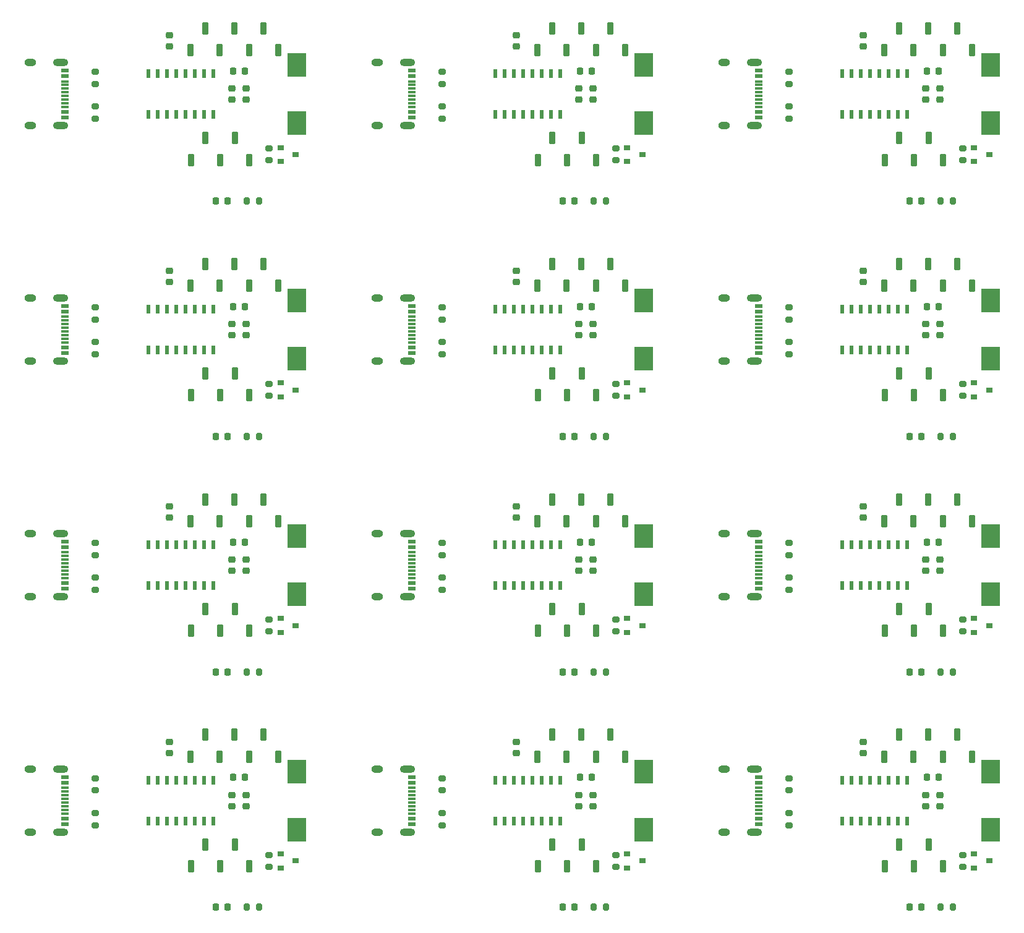
<source format=gtp>
%TF.GenerationSoftware,KiCad,Pcbnew,8.0.7*%
%TF.CreationDate,2025-01-21T14:59:33-07:00*%
%TF.ProjectId,SparkFun_USB_RFID_Reader_panelized,53706172-6b46-4756-9e5f-5553425f5246,rev?*%
%TF.SameCoordinates,Original*%
%TF.FileFunction,Paste,Top*%
%TF.FilePolarity,Positive*%
%FSLAX46Y46*%
G04 Gerber Fmt 4.6, Leading zero omitted, Abs format (unit mm)*
G04 Created by KiCad (PCBNEW 8.0.7) date 2025-01-21 14:59:33*
%MOMM*%
%LPD*%
G01*
G04 APERTURE LIST*
G04 Aperture macros list*
%AMRoundRect*
0 Rectangle with rounded corners*
0 $1 Rounding radius*
0 $2 $3 $4 $5 $6 $7 $8 $9 X,Y pos of 4 corners*
0 Add a 4 corners polygon primitive as box body*
4,1,4,$2,$3,$4,$5,$6,$7,$8,$9,$2,$3,0*
0 Add four circle primitives for the rounded corners*
1,1,$1+$1,$2,$3*
1,1,$1+$1,$4,$5*
1,1,$1+$1,$6,$7*
1,1,$1+$1,$8,$9*
0 Add four rect primitives between the rounded corners*
20,1,$1+$1,$2,$3,$4,$5,0*
20,1,$1+$1,$4,$5,$6,$7,0*
20,1,$1+$1,$6,$7,$8,$9,0*
20,1,$1+$1,$8,$9,$2,$3,0*%
G04 Aperture macros list end*
%ADD10R,1.000000X0.300000*%
%ADD11R,1.000000X0.600000*%
%ADD12O,1.600000X1.000000*%
%ADD13O,2.100000X1.000000*%
%ADD14RoundRect,0.225000X0.250000X-0.225000X0.250000X0.225000X-0.250000X0.225000X-0.250000X-0.225000X0*%
%ADD15RoundRect,0.212500X-0.212500X-0.637500X0.212500X-0.637500X0.212500X0.637500X-0.212500X0.637500X0*%
%ADD16RoundRect,0.200000X-0.275000X0.200000X-0.275000X-0.200000X0.275000X-0.200000X0.275000X0.200000X0*%
%ADD17R,0.600000X1.200000*%
%ADD18RoundRect,0.225000X-0.250000X0.225000X-0.250000X-0.225000X0.250000X-0.225000X0.250000X0.225000X0*%
%ADD19RoundRect,0.218750X0.218750X0.256250X-0.218750X0.256250X-0.218750X-0.256250X0.218750X-0.256250X0*%
%ADD20R,0.900000X0.800000*%
%ADD21R,2.500000X3.200000*%
%ADD22RoundRect,0.200000X0.200000X0.275000X-0.200000X0.275000X-0.200000X-0.275000X0.200000X-0.275000X0*%
%ADD23RoundRect,0.225000X0.225000X0.250000X-0.225000X0.250000X-0.225000X-0.250000X0.225000X-0.250000X0*%
%ADD24RoundRect,0.200000X0.275000X-0.200000X0.275000X0.200000X-0.275000X0.200000X-0.275000X-0.200000X0*%
G04 APERTURE END LIST*
D10*
%TO.C,J1*%
X101303750Y113875000D03*
X101303750Y112875000D03*
X101303750Y112375000D03*
X101303750Y111375000D03*
X101303750Y110875000D03*
X101303750Y111875000D03*
X101303750Y113375000D03*
X101303750Y114375000D03*
D11*
X101303750Y115850000D03*
X101303750Y109400000D03*
D12*
X96548750Y116943000D03*
D13*
X100728750Y116943000D03*
X100728750Y108307000D03*
D12*
X96548750Y108307000D03*
D11*
X101303750Y115075000D03*
X101303750Y110175000D03*
%TD*%
D10*
%TO.C,J1*%
X101303750Y81625000D03*
X101303750Y80625000D03*
X101303750Y80125000D03*
X101303750Y79125000D03*
X101303750Y78625000D03*
X101303750Y79625000D03*
X101303750Y81125000D03*
X101303750Y82125000D03*
D11*
X101303750Y83600000D03*
X101303750Y77150000D03*
D12*
X96548750Y84693000D03*
D13*
X100728750Y84693000D03*
X100728750Y76057000D03*
D12*
X96548750Y76057000D03*
D11*
X101303750Y82825000D03*
X101303750Y77925000D03*
%TD*%
D10*
%TO.C,J1*%
X101303750Y49375000D03*
X101303750Y48375000D03*
X101303750Y47875000D03*
X101303750Y46875000D03*
X101303750Y46375000D03*
X101303750Y47375000D03*
X101303750Y48875000D03*
X101303750Y49875000D03*
D11*
X101303750Y51350000D03*
X101303750Y44900000D03*
D12*
X96548750Y52443000D03*
D13*
X100728750Y52443000D03*
X100728750Y43807000D03*
D12*
X96548750Y43807000D03*
D11*
X101303750Y50575000D03*
X101303750Y45675000D03*
%TD*%
D10*
%TO.C,J1*%
X101303750Y17125000D03*
X101303750Y16125000D03*
X101303750Y15625000D03*
X101303750Y14625000D03*
X101303750Y14125000D03*
X101303750Y15125000D03*
X101303750Y16625000D03*
X101303750Y17625000D03*
D11*
X101303750Y19100000D03*
X101303750Y12650000D03*
D12*
X96548750Y20193000D03*
D13*
X100728750Y20193000D03*
X100728750Y11557000D03*
D12*
X96548750Y11557000D03*
D11*
X101303750Y18325000D03*
X101303750Y13425000D03*
%TD*%
D10*
%TO.C,J1*%
X53813750Y113875000D03*
X53813750Y112875000D03*
X53813750Y112375000D03*
X53813750Y111375000D03*
X53813750Y110875000D03*
X53813750Y111875000D03*
X53813750Y113375000D03*
X53813750Y114375000D03*
D11*
X53813750Y115850000D03*
X53813750Y109400000D03*
D12*
X49058750Y116943000D03*
D13*
X53238750Y116943000D03*
X53238750Y108307000D03*
D12*
X49058750Y108307000D03*
D11*
X53813750Y115075000D03*
X53813750Y110175000D03*
%TD*%
D10*
%TO.C,J1*%
X53813750Y81625000D03*
X53813750Y80625000D03*
X53813750Y80125000D03*
X53813750Y79125000D03*
X53813750Y78625000D03*
X53813750Y79625000D03*
X53813750Y81125000D03*
X53813750Y82125000D03*
D11*
X53813750Y83600000D03*
X53813750Y77150000D03*
D12*
X49058750Y84693000D03*
D13*
X53238750Y84693000D03*
X53238750Y76057000D03*
D12*
X49058750Y76057000D03*
D11*
X53813750Y82825000D03*
X53813750Y77925000D03*
%TD*%
D10*
%TO.C,J1*%
X53813750Y49375000D03*
X53813750Y48375000D03*
X53813750Y47875000D03*
X53813750Y46875000D03*
X53813750Y46375000D03*
X53813750Y47375000D03*
X53813750Y48875000D03*
X53813750Y49875000D03*
D11*
X53813750Y51350000D03*
X53813750Y44900000D03*
D12*
X49058750Y52443000D03*
D13*
X53238750Y52443000D03*
X53238750Y43807000D03*
D12*
X49058750Y43807000D03*
D11*
X53813750Y50575000D03*
X53813750Y45675000D03*
%TD*%
D10*
%TO.C,J1*%
X53813750Y17125000D03*
X53813750Y16125000D03*
X53813750Y15625000D03*
X53813750Y14625000D03*
X53813750Y14125000D03*
X53813750Y15125000D03*
X53813750Y16625000D03*
X53813750Y17625000D03*
D11*
X53813750Y19100000D03*
X53813750Y12650000D03*
D12*
X49058750Y20193000D03*
D13*
X53238750Y20193000D03*
X53238750Y11557000D03*
D12*
X49058750Y11557000D03*
D11*
X53813750Y18325000D03*
X53813750Y13425000D03*
%TD*%
D10*
%TO.C,J1*%
X6323750Y113875000D03*
X6323750Y112875000D03*
X6323750Y112375000D03*
X6323750Y111375000D03*
X6323750Y110875000D03*
X6323750Y111875000D03*
X6323750Y113375000D03*
X6323750Y114375000D03*
D11*
X6323750Y115850000D03*
X6323750Y109400000D03*
D12*
X1568750Y116943000D03*
D13*
X5748750Y116943000D03*
X5748750Y108307000D03*
D12*
X1568750Y108307000D03*
D11*
X6323750Y115075000D03*
X6323750Y110175000D03*
%TD*%
D10*
%TO.C,J1*%
X6323750Y81625000D03*
X6323750Y80625000D03*
X6323750Y80125000D03*
X6323750Y79125000D03*
X6323750Y78625000D03*
X6323750Y79625000D03*
X6323750Y81125000D03*
X6323750Y82125000D03*
D11*
X6323750Y83600000D03*
X6323750Y77150000D03*
D12*
X1568750Y84693000D03*
D13*
X5748750Y84693000D03*
X5748750Y76057000D03*
D12*
X1568750Y76057000D03*
D11*
X6323750Y82825000D03*
X6323750Y77925000D03*
%TD*%
D10*
%TO.C,J1*%
X6323750Y49375000D03*
X6323750Y48375000D03*
X6323750Y47875000D03*
X6323750Y46875000D03*
X6323750Y46375000D03*
X6323750Y47375000D03*
X6323750Y48875000D03*
X6323750Y49875000D03*
D11*
X6323750Y51350000D03*
X6323750Y44900000D03*
D12*
X1568750Y52443000D03*
D13*
X5748750Y52443000D03*
X5748750Y43807000D03*
D12*
X1568750Y43807000D03*
D11*
X6323750Y50575000D03*
X6323750Y45675000D03*
%TD*%
D14*
%TO.C,C1*%
X115617500Y119152500D03*
X115617500Y120702500D03*
%TD*%
%TO.C,C1*%
X115617500Y86902500D03*
X115617500Y88452500D03*
%TD*%
%TO.C,C1*%
X115617500Y54652500D03*
X115617500Y56202500D03*
%TD*%
%TO.C,C1*%
X115617500Y22402500D03*
X115617500Y23952500D03*
%TD*%
%TO.C,C1*%
X68127500Y119152500D03*
X68127500Y120702500D03*
%TD*%
%TO.C,C1*%
X68127500Y86902500D03*
X68127500Y88452500D03*
%TD*%
%TO.C,C1*%
X68127500Y54652500D03*
X68127500Y56202500D03*
%TD*%
%TO.C,C1*%
X68127500Y22402500D03*
X68127500Y23952500D03*
%TD*%
%TO.C,C1*%
X20637500Y119152500D03*
X20637500Y120702500D03*
%TD*%
%TO.C,C1*%
X20637500Y86902500D03*
X20637500Y88452500D03*
%TD*%
%TO.C,C1*%
X20637500Y54652500D03*
X20637500Y56202500D03*
%TD*%
D15*
%TO.C,J3*%
X126558320Y103622460D03*
X124558320Y106622460D03*
X122558320Y103622460D03*
X120558320Y106622460D03*
X118558320Y103622460D03*
%TD*%
%TO.C,J3*%
X126558320Y71372460D03*
X124558320Y74372460D03*
X122558320Y71372460D03*
X120558320Y74372460D03*
X118558320Y71372460D03*
%TD*%
%TO.C,J3*%
X126558320Y39122460D03*
X124558320Y42122460D03*
X122558320Y39122460D03*
X120558320Y42122460D03*
X118558320Y39122460D03*
%TD*%
%TO.C,J3*%
X126558320Y6872460D03*
X124558320Y9872460D03*
X122558320Y6872460D03*
X120558320Y9872460D03*
X118558320Y6872460D03*
%TD*%
%TO.C,J3*%
X79068320Y103622460D03*
X77068320Y106622460D03*
X75068320Y103622460D03*
X73068320Y106622460D03*
X71068320Y103622460D03*
%TD*%
%TO.C,J3*%
X79068320Y71372460D03*
X77068320Y74372460D03*
X75068320Y71372460D03*
X73068320Y74372460D03*
X71068320Y71372460D03*
%TD*%
%TO.C,J3*%
X79068320Y39122460D03*
X77068320Y42122460D03*
X75068320Y39122460D03*
X73068320Y42122460D03*
X71068320Y39122460D03*
%TD*%
%TO.C,J3*%
X79068320Y6872460D03*
X77068320Y9872460D03*
X75068320Y6872460D03*
X73068320Y9872460D03*
X71068320Y6872460D03*
%TD*%
%TO.C,J3*%
X31578320Y103622460D03*
X29578320Y106622460D03*
X27578320Y103622460D03*
X25578320Y106622460D03*
X23578320Y103622460D03*
%TD*%
%TO.C,J3*%
X31578320Y71372460D03*
X29578320Y74372460D03*
X27578320Y71372460D03*
X25578320Y74372460D03*
X23578320Y71372460D03*
%TD*%
%TO.C,J3*%
X31578320Y39122460D03*
X29578320Y42122460D03*
X27578320Y39122460D03*
X25578320Y42122460D03*
X23578320Y39122460D03*
%TD*%
D16*
%TO.C,R1*%
X105457500Y115672500D03*
X105457500Y114022500D03*
%TD*%
%TO.C,R1*%
X105457500Y83422500D03*
X105457500Y81772500D03*
%TD*%
%TO.C,R1*%
X105457500Y51172500D03*
X105457500Y49522500D03*
%TD*%
%TO.C,R1*%
X105457500Y18922500D03*
X105457500Y17272500D03*
%TD*%
%TO.C,R1*%
X57967500Y115672500D03*
X57967500Y114022500D03*
%TD*%
%TO.C,R1*%
X57967500Y83422500D03*
X57967500Y81772500D03*
%TD*%
%TO.C,R1*%
X57967500Y51172500D03*
X57967500Y49522500D03*
%TD*%
%TO.C,R1*%
X57967500Y18922500D03*
X57967500Y17272500D03*
%TD*%
%TO.C,R1*%
X10477500Y115672500D03*
X10477500Y114022500D03*
%TD*%
%TO.C,R1*%
X10477500Y83422500D03*
X10477500Y81772500D03*
%TD*%
%TO.C,R1*%
X10477500Y51172500D03*
X10477500Y49522500D03*
%TD*%
D17*
%TO.C,U3*%
X121650000Y115425000D03*
X120380000Y115425000D03*
X119110000Y115425000D03*
X117840000Y115425000D03*
X116570000Y115425000D03*
X115300000Y115425000D03*
X114030000Y115425000D03*
X112760000Y115425000D03*
X112760000Y109825000D03*
X114030000Y109825000D03*
X115300000Y109825000D03*
X116570000Y109825000D03*
X117840000Y109825000D03*
X119110000Y109825000D03*
X120380000Y109825000D03*
X121650000Y109825000D03*
%TD*%
%TO.C,U3*%
X121650000Y83175000D03*
X120380000Y83175000D03*
X119110000Y83175000D03*
X117840000Y83175000D03*
X116570000Y83175000D03*
X115300000Y83175000D03*
X114030000Y83175000D03*
X112760000Y83175000D03*
X112760000Y77575000D03*
X114030000Y77575000D03*
X115300000Y77575000D03*
X116570000Y77575000D03*
X117840000Y77575000D03*
X119110000Y77575000D03*
X120380000Y77575000D03*
X121650000Y77575000D03*
%TD*%
%TO.C,U3*%
X121650000Y50925000D03*
X120380000Y50925000D03*
X119110000Y50925000D03*
X117840000Y50925000D03*
X116570000Y50925000D03*
X115300000Y50925000D03*
X114030000Y50925000D03*
X112760000Y50925000D03*
X112760000Y45325000D03*
X114030000Y45325000D03*
X115300000Y45325000D03*
X116570000Y45325000D03*
X117840000Y45325000D03*
X119110000Y45325000D03*
X120380000Y45325000D03*
X121650000Y45325000D03*
%TD*%
%TO.C,U3*%
X121650000Y18675000D03*
X120380000Y18675000D03*
X119110000Y18675000D03*
X117840000Y18675000D03*
X116570000Y18675000D03*
X115300000Y18675000D03*
X114030000Y18675000D03*
X112760000Y18675000D03*
X112760000Y13075000D03*
X114030000Y13075000D03*
X115300000Y13075000D03*
X116570000Y13075000D03*
X117840000Y13075000D03*
X119110000Y13075000D03*
X120380000Y13075000D03*
X121650000Y13075000D03*
%TD*%
%TO.C,U3*%
X74160000Y115425000D03*
X72890000Y115425000D03*
X71620000Y115425000D03*
X70350000Y115425000D03*
X69080000Y115425000D03*
X67810000Y115425000D03*
X66540000Y115425000D03*
X65270000Y115425000D03*
X65270000Y109825000D03*
X66540000Y109825000D03*
X67810000Y109825000D03*
X69080000Y109825000D03*
X70350000Y109825000D03*
X71620000Y109825000D03*
X72890000Y109825000D03*
X74160000Y109825000D03*
%TD*%
%TO.C,U3*%
X74160000Y83175000D03*
X72890000Y83175000D03*
X71620000Y83175000D03*
X70350000Y83175000D03*
X69080000Y83175000D03*
X67810000Y83175000D03*
X66540000Y83175000D03*
X65270000Y83175000D03*
X65270000Y77575000D03*
X66540000Y77575000D03*
X67810000Y77575000D03*
X69080000Y77575000D03*
X70350000Y77575000D03*
X71620000Y77575000D03*
X72890000Y77575000D03*
X74160000Y77575000D03*
%TD*%
%TO.C,U3*%
X74160000Y50925000D03*
X72890000Y50925000D03*
X71620000Y50925000D03*
X70350000Y50925000D03*
X69080000Y50925000D03*
X67810000Y50925000D03*
X66540000Y50925000D03*
X65270000Y50925000D03*
X65270000Y45325000D03*
X66540000Y45325000D03*
X67810000Y45325000D03*
X69080000Y45325000D03*
X70350000Y45325000D03*
X71620000Y45325000D03*
X72890000Y45325000D03*
X74160000Y45325000D03*
%TD*%
%TO.C,U3*%
X74160000Y18675000D03*
X72890000Y18675000D03*
X71620000Y18675000D03*
X70350000Y18675000D03*
X69080000Y18675000D03*
X67810000Y18675000D03*
X66540000Y18675000D03*
X65270000Y18675000D03*
X65270000Y13075000D03*
X66540000Y13075000D03*
X67810000Y13075000D03*
X69080000Y13075000D03*
X70350000Y13075000D03*
X71620000Y13075000D03*
X72890000Y13075000D03*
X74160000Y13075000D03*
%TD*%
%TO.C,U3*%
X26670000Y115425000D03*
X25400000Y115425000D03*
X24130000Y115425000D03*
X22860000Y115425000D03*
X21590000Y115425000D03*
X20320000Y115425000D03*
X19050000Y115425000D03*
X17780000Y115425000D03*
X17780000Y109825000D03*
X19050000Y109825000D03*
X20320000Y109825000D03*
X21590000Y109825000D03*
X22860000Y109825000D03*
X24130000Y109825000D03*
X25400000Y109825000D03*
X26670000Y109825000D03*
%TD*%
%TO.C,U3*%
X26670000Y83175000D03*
X25400000Y83175000D03*
X24130000Y83175000D03*
X22860000Y83175000D03*
X21590000Y83175000D03*
X20320000Y83175000D03*
X19050000Y83175000D03*
X17780000Y83175000D03*
X17780000Y77575000D03*
X19050000Y77575000D03*
X20320000Y77575000D03*
X21590000Y77575000D03*
X22860000Y77575000D03*
X24130000Y77575000D03*
X25400000Y77575000D03*
X26670000Y77575000D03*
%TD*%
%TO.C,U3*%
X26670000Y50925000D03*
X25400000Y50925000D03*
X24130000Y50925000D03*
X22860000Y50925000D03*
X21590000Y50925000D03*
X20320000Y50925000D03*
X19050000Y50925000D03*
X17780000Y50925000D03*
X17780000Y45325000D03*
X19050000Y45325000D03*
X20320000Y45325000D03*
X21590000Y45325000D03*
X22860000Y45325000D03*
X24130000Y45325000D03*
X25400000Y45325000D03*
X26670000Y45325000D03*
%TD*%
D18*
%TO.C,C4*%
X124190000Y111850000D03*
X124190000Y113400000D03*
%TD*%
%TO.C,C4*%
X124190000Y79600000D03*
X124190000Y81150000D03*
%TD*%
%TO.C,C4*%
X124190000Y47350000D03*
X124190000Y48900000D03*
%TD*%
%TO.C,C4*%
X124190000Y15100000D03*
X124190000Y16650000D03*
%TD*%
%TO.C,C4*%
X76700000Y111850000D03*
X76700000Y113400000D03*
%TD*%
%TO.C,C4*%
X76700000Y79600000D03*
X76700000Y81150000D03*
%TD*%
%TO.C,C4*%
X76700000Y47350000D03*
X76700000Y48900000D03*
%TD*%
%TO.C,C4*%
X76700000Y15100000D03*
X76700000Y16650000D03*
%TD*%
%TO.C,C4*%
X29210000Y111850000D03*
X29210000Y113400000D03*
%TD*%
%TO.C,C4*%
X29210000Y79600000D03*
X29210000Y81150000D03*
%TD*%
%TO.C,C4*%
X29210000Y47350000D03*
X29210000Y48900000D03*
%TD*%
D19*
%TO.C,D1*%
X123554999Y98020000D03*
X121979999Y98020000D03*
%TD*%
%TO.C,D1*%
X123554999Y65770000D03*
X121979999Y65770000D03*
%TD*%
%TO.C,D1*%
X123554999Y33520000D03*
X121979999Y33520000D03*
%TD*%
%TO.C,D1*%
X123554999Y1270000D03*
X121979999Y1270000D03*
%TD*%
%TO.C,D1*%
X76064999Y98020000D03*
X74489999Y98020000D03*
%TD*%
%TO.C,D1*%
X76064999Y65770000D03*
X74489999Y65770000D03*
%TD*%
%TO.C,D1*%
X76064999Y33520000D03*
X74489999Y33520000D03*
%TD*%
%TO.C,D1*%
X76064999Y1270000D03*
X74489999Y1270000D03*
%TD*%
%TO.C,D1*%
X28574999Y98020000D03*
X26999999Y98020000D03*
%TD*%
%TO.C,D1*%
X28574999Y65770000D03*
X26999999Y65770000D03*
%TD*%
%TO.C,D1*%
X28574999Y33520000D03*
X26999999Y33520000D03*
%TD*%
D20*
%TO.C,Q1*%
X130810000Y105320000D03*
X130810000Y103420000D03*
X132910000Y104370000D03*
%TD*%
%TO.C,Q1*%
X130810000Y73070000D03*
X130810000Y71170000D03*
X132910000Y72120000D03*
%TD*%
%TO.C,Q1*%
X130810000Y40820000D03*
X130810000Y38920000D03*
X132910000Y39870000D03*
%TD*%
%TO.C,Q1*%
X130810000Y8570000D03*
X130810000Y6670000D03*
X132910000Y7620000D03*
%TD*%
%TO.C,Q1*%
X83320000Y105320000D03*
X83320000Y103420000D03*
X85420000Y104370000D03*
%TD*%
%TO.C,Q1*%
X83320000Y73070000D03*
X83320000Y71170000D03*
X85420000Y72120000D03*
%TD*%
%TO.C,Q1*%
X83320000Y40820000D03*
X83320000Y38920000D03*
X85420000Y39870000D03*
%TD*%
%TO.C,Q1*%
X83320000Y8570000D03*
X83320000Y6670000D03*
X85420000Y7620000D03*
%TD*%
%TO.C,Q1*%
X35830000Y105320000D03*
X35830000Y103420000D03*
X37930000Y104370000D03*
%TD*%
%TO.C,Q1*%
X35830000Y73070000D03*
X35830000Y71170000D03*
X37930000Y72120000D03*
%TD*%
%TO.C,Q1*%
X35830000Y40820000D03*
X35830000Y38920000D03*
X37930000Y39870000D03*
%TD*%
D21*
%TO.C,BZ1*%
X133080000Y116625000D03*
X133080000Y108625000D03*
%TD*%
%TO.C,BZ1*%
X133080000Y84375000D03*
X133080000Y76375000D03*
%TD*%
%TO.C,BZ1*%
X133080000Y52125000D03*
X133080000Y44125000D03*
%TD*%
%TO.C,BZ1*%
X133080000Y19875000D03*
X133080000Y11875000D03*
%TD*%
%TO.C,BZ1*%
X85590000Y116625000D03*
X85590000Y108625000D03*
%TD*%
%TO.C,BZ1*%
X85590000Y84375000D03*
X85590000Y76375000D03*
%TD*%
%TO.C,BZ1*%
X85590000Y52125000D03*
X85590000Y44125000D03*
%TD*%
%TO.C,BZ1*%
X85590000Y19875000D03*
X85590000Y11875000D03*
%TD*%
%TO.C,BZ1*%
X38100000Y116625000D03*
X38100000Y108625000D03*
%TD*%
%TO.C,BZ1*%
X38100000Y84375000D03*
X38100000Y76375000D03*
%TD*%
%TO.C,BZ1*%
X38100000Y52125000D03*
X38100000Y44125000D03*
%TD*%
D15*
%TO.C,J2*%
X130505000Y118645000D03*
X128505000Y121645000D03*
X126505000Y118645000D03*
X124505000Y121645000D03*
X122505000Y118645000D03*
X120505000Y121645000D03*
X118505000Y118645000D03*
%TD*%
%TO.C,J2*%
X130505000Y86395000D03*
X128505000Y89395000D03*
X126505000Y86395000D03*
X124505000Y89395000D03*
X122505000Y86395000D03*
X120505000Y89395000D03*
X118505000Y86395000D03*
%TD*%
%TO.C,J2*%
X130505000Y54145000D03*
X128505000Y57145000D03*
X126505000Y54145000D03*
X124505000Y57145000D03*
X122505000Y54145000D03*
X120505000Y57145000D03*
X118505000Y54145000D03*
%TD*%
%TO.C,J2*%
X130505000Y21895000D03*
X128505000Y24895000D03*
X126505000Y21895000D03*
X124505000Y24895000D03*
X122505000Y21895000D03*
X120505000Y24895000D03*
X118505000Y21895000D03*
%TD*%
%TO.C,J2*%
X83015000Y118645000D03*
X81015000Y121645000D03*
X79015000Y118645000D03*
X77015000Y121645000D03*
X75015000Y118645000D03*
X73015000Y121645000D03*
X71015000Y118645000D03*
%TD*%
%TO.C,J2*%
X83015000Y86395000D03*
X81015000Y89395000D03*
X79015000Y86395000D03*
X77015000Y89395000D03*
X75015000Y86395000D03*
X73015000Y89395000D03*
X71015000Y86395000D03*
%TD*%
%TO.C,J2*%
X83015000Y54145000D03*
X81015000Y57145000D03*
X79015000Y54145000D03*
X77015000Y57145000D03*
X75015000Y54145000D03*
X73015000Y57145000D03*
X71015000Y54145000D03*
%TD*%
%TO.C,J2*%
X83015000Y21895000D03*
X81015000Y24895000D03*
X79015000Y21895000D03*
X77015000Y24895000D03*
X75015000Y21895000D03*
X73015000Y24895000D03*
X71015000Y21895000D03*
%TD*%
%TO.C,J2*%
X35525000Y118645000D03*
X33525000Y121645000D03*
X31525000Y118645000D03*
X29525000Y121645000D03*
X27525000Y118645000D03*
X25525000Y121645000D03*
X23525000Y118645000D03*
%TD*%
%TO.C,J2*%
X35525000Y86395000D03*
X33525000Y89395000D03*
X31525000Y86395000D03*
X29525000Y89395000D03*
X27525000Y86395000D03*
X25525000Y89395000D03*
X23525000Y86395000D03*
%TD*%
%TO.C,J2*%
X35525000Y54145000D03*
X33525000Y57145000D03*
X31525000Y54145000D03*
X29525000Y57145000D03*
X27525000Y54145000D03*
X25525000Y57145000D03*
X23525000Y54145000D03*
%TD*%
D22*
%TO.C,R3*%
X127872500Y98020000D03*
X126222500Y98020000D03*
%TD*%
%TO.C,R3*%
X127872500Y65770000D03*
X126222500Y65770000D03*
%TD*%
%TO.C,R3*%
X127872500Y33520000D03*
X126222500Y33520000D03*
%TD*%
%TO.C,R3*%
X127872500Y1270000D03*
X126222500Y1270000D03*
%TD*%
%TO.C,R3*%
X80382500Y98020000D03*
X78732500Y98020000D03*
%TD*%
%TO.C,R3*%
X80382500Y65770000D03*
X78732500Y65770000D03*
%TD*%
%TO.C,R3*%
X80382500Y33520000D03*
X78732500Y33520000D03*
%TD*%
%TO.C,R3*%
X80382500Y1270000D03*
X78732500Y1270000D03*
%TD*%
%TO.C,R3*%
X32892500Y98020000D03*
X31242500Y98020000D03*
%TD*%
%TO.C,R3*%
X32892500Y65770000D03*
X31242500Y65770000D03*
%TD*%
%TO.C,R3*%
X32892500Y33520000D03*
X31242500Y33520000D03*
%TD*%
D16*
%TO.C,R4*%
X129270000Y105195000D03*
X129270000Y103545000D03*
%TD*%
%TO.C,R4*%
X129270000Y72945000D03*
X129270000Y71295000D03*
%TD*%
%TO.C,R4*%
X129270000Y40695000D03*
X129270000Y39045000D03*
%TD*%
%TO.C,R4*%
X129270000Y8445000D03*
X129270000Y6795000D03*
%TD*%
%TO.C,R4*%
X81780000Y105195000D03*
X81780000Y103545000D03*
%TD*%
%TO.C,R4*%
X81780000Y72945000D03*
X81780000Y71295000D03*
%TD*%
%TO.C,R4*%
X81780000Y40695000D03*
X81780000Y39045000D03*
%TD*%
%TO.C,R4*%
X81780000Y8445000D03*
X81780000Y6795000D03*
%TD*%
%TO.C,R4*%
X34290000Y105195000D03*
X34290000Y103545000D03*
%TD*%
%TO.C,R4*%
X34290000Y72945000D03*
X34290000Y71295000D03*
%TD*%
%TO.C,R4*%
X34290000Y40695000D03*
X34290000Y39045000D03*
%TD*%
D23*
%TO.C,C2*%
X125917500Y115800000D03*
X124367500Y115800000D03*
%TD*%
%TO.C,C2*%
X125917500Y83550000D03*
X124367500Y83550000D03*
%TD*%
%TO.C,C2*%
X125917500Y51300000D03*
X124367500Y51300000D03*
%TD*%
%TO.C,C2*%
X125917500Y19050000D03*
X124367500Y19050000D03*
%TD*%
%TO.C,C2*%
X78427500Y115800000D03*
X76877500Y115800000D03*
%TD*%
%TO.C,C2*%
X78427500Y83550000D03*
X76877500Y83550000D03*
%TD*%
%TO.C,C2*%
X78427500Y51300000D03*
X76877500Y51300000D03*
%TD*%
%TO.C,C2*%
X78427500Y19050000D03*
X76877500Y19050000D03*
%TD*%
%TO.C,C2*%
X30937500Y115800000D03*
X29387500Y115800000D03*
%TD*%
%TO.C,C2*%
X30937500Y83550000D03*
X29387500Y83550000D03*
%TD*%
%TO.C,C2*%
X30937500Y51300000D03*
X29387500Y51300000D03*
%TD*%
D14*
%TO.C,C3*%
X126095000Y111850000D03*
X126095000Y113400000D03*
%TD*%
%TO.C,C3*%
X126095000Y79600000D03*
X126095000Y81150000D03*
%TD*%
%TO.C,C3*%
X126095000Y47350000D03*
X126095000Y48900000D03*
%TD*%
%TO.C,C3*%
X126095000Y15100000D03*
X126095000Y16650000D03*
%TD*%
%TO.C,C3*%
X78605000Y111850000D03*
X78605000Y113400000D03*
%TD*%
%TO.C,C3*%
X78605000Y79600000D03*
X78605000Y81150000D03*
%TD*%
%TO.C,C3*%
X78605000Y47350000D03*
X78605000Y48900000D03*
%TD*%
%TO.C,C3*%
X78605000Y15100000D03*
X78605000Y16650000D03*
%TD*%
%TO.C,C3*%
X31115000Y111850000D03*
X31115000Y113400000D03*
%TD*%
%TO.C,C3*%
X31115000Y79600000D03*
X31115000Y81150000D03*
%TD*%
%TO.C,C3*%
X31115000Y47350000D03*
X31115000Y48900000D03*
%TD*%
D24*
%TO.C,R2*%
X105457500Y109260000D03*
X105457500Y110910000D03*
%TD*%
%TO.C,R2*%
X105457500Y77010000D03*
X105457500Y78660000D03*
%TD*%
%TO.C,R2*%
X105457500Y44760000D03*
X105457500Y46410000D03*
%TD*%
%TO.C,R2*%
X105457500Y12510000D03*
X105457500Y14160000D03*
%TD*%
%TO.C,R2*%
X57967500Y109260000D03*
X57967500Y110910000D03*
%TD*%
%TO.C,R2*%
X57967500Y77010000D03*
X57967500Y78660000D03*
%TD*%
%TO.C,R2*%
X57967500Y44760000D03*
X57967500Y46410000D03*
%TD*%
%TO.C,R2*%
X57967500Y12510000D03*
X57967500Y14160000D03*
%TD*%
%TO.C,R2*%
X10477500Y109260000D03*
X10477500Y110910000D03*
%TD*%
%TO.C,R2*%
X10477500Y77010000D03*
X10477500Y78660000D03*
%TD*%
%TO.C,R2*%
X10477500Y44760000D03*
X10477500Y46410000D03*
%TD*%
%TO.C,R2*%
X10477500Y12510000D03*
X10477500Y14160000D03*
%TD*%
D14*
%TO.C,C3*%
X31115000Y15100000D03*
X31115000Y16650000D03*
%TD*%
D23*
%TO.C,C2*%
X30937500Y19050000D03*
X29387500Y19050000D03*
%TD*%
D16*
%TO.C,R4*%
X34290000Y8445000D03*
X34290000Y6795000D03*
%TD*%
D22*
%TO.C,R3*%
X32892500Y1270000D03*
X31242500Y1270000D03*
%TD*%
D15*
%TO.C,J2*%
X35525000Y21895000D03*
X33525000Y24895000D03*
X31525000Y21895000D03*
X29525000Y24895000D03*
X27525000Y21895000D03*
X25525000Y24895000D03*
X23525000Y21895000D03*
%TD*%
D21*
%TO.C,BZ1*%
X38100000Y19875000D03*
X38100000Y11875000D03*
%TD*%
D20*
%TO.C,Q1*%
X35830000Y8570000D03*
X35830000Y6670000D03*
X37930000Y7620000D03*
%TD*%
D19*
%TO.C,D1*%
X28574999Y1270000D03*
X26999999Y1270000D03*
%TD*%
D18*
%TO.C,C4*%
X29210000Y15100000D03*
X29210000Y16650000D03*
%TD*%
D17*
%TO.C,U3*%
X26670000Y18675000D03*
X25400000Y18675000D03*
X24130000Y18675000D03*
X22860000Y18675000D03*
X21590000Y18675000D03*
X20320000Y18675000D03*
X19050000Y18675000D03*
X17780000Y18675000D03*
X17780000Y13075000D03*
X19050000Y13075000D03*
X20320000Y13075000D03*
X21590000Y13075000D03*
X22860000Y13075000D03*
X24130000Y13075000D03*
X25400000Y13075000D03*
X26670000Y13075000D03*
%TD*%
D16*
%TO.C,R1*%
X10477500Y18922500D03*
X10477500Y17272500D03*
%TD*%
D15*
%TO.C,J3*%
X31578320Y6872460D03*
X29578320Y9872460D03*
X27578320Y6872460D03*
X25578320Y9872460D03*
X23578320Y6872460D03*
%TD*%
D14*
%TO.C,C1*%
X20637500Y22402500D03*
X20637500Y23952500D03*
%TD*%
D10*
%TO.C,J1*%
X6323750Y17125000D03*
X6323750Y16125000D03*
X6323750Y15625000D03*
X6323750Y14625000D03*
X6323750Y14125000D03*
X6323750Y15125000D03*
X6323750Y16625000D03*
X6323750Y17625000D03*
D11*
X6323750Y19100000D03*
X6323750Y12650000D03*
D12*
X1568750Y20193000D03*
D13*
X5748750Y20193000D03*
X5748750Y11557000D03*
D12*
X1568750Y11557000D03*
D11*
X6323750Y18325000D03*
X6323750Y13425000D03*
%TD*%
M02*

</source>
